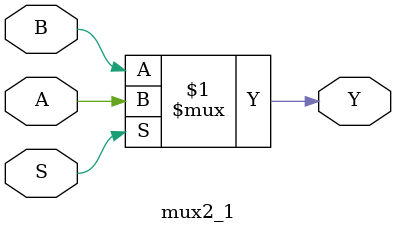
<source format=v>
module mux2_1 (
	input A,
	input B,
	input S,
	output Y
);

	assign Y = S?A:B;

endmodule 
</source>
